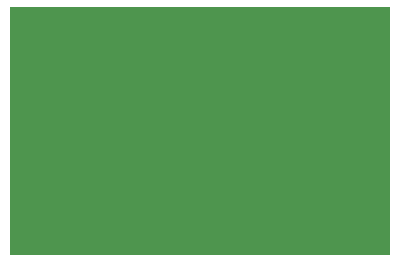
<source format=gbr>
G04 ===== Begin FILE IDENTIFICATION =====*
G04 File Format:  Gerber RS274X*
G04 ===== End FILE IDENTIFICATION =====*
%FSLAX24Y24*%
%MOMM*%
%SFA1.0000B1.0000*%
%OFA0.0B0.0*%
%ADD14R,32.300000X21.122600*%
%LNcopper_bottom*%
%IPPOS*%
%LPD*%
G75*
D14*
X710500Y431270D03*
M02*


</source>
